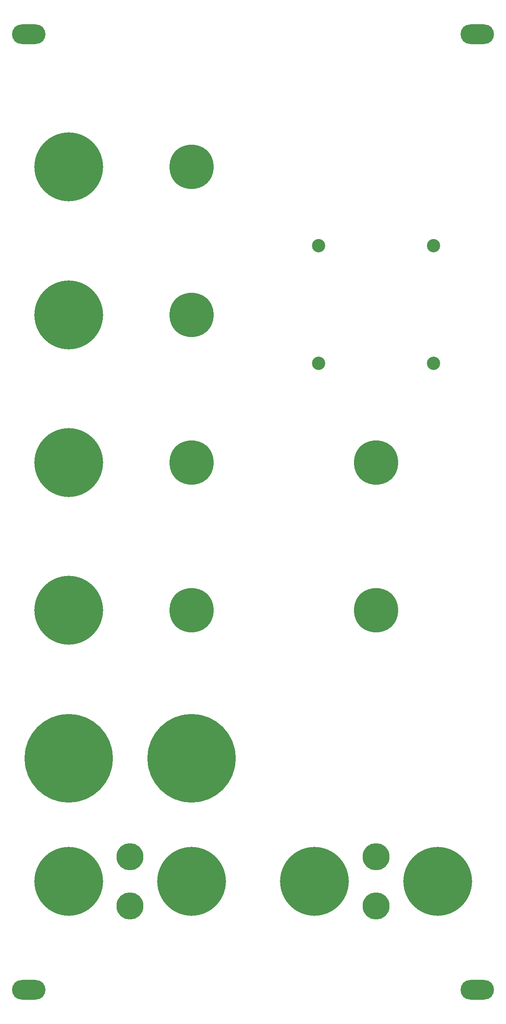
<source format=gbr>
G04 #@! TF.GenerationSoftware,KiCad,Pcbnew,5.1.12-84ad8e8a86~92~ubuntu20.04.1*
G04 #@! TF.CreationDate,2021-11-13T15:59:26-05:00*
G04 #@! TF.ProjectId,gearseq_panel,67656172-7365-4715-9f70-616e656c2e6b,rev?*
G04 #@! TF.SameCoordinates,Original*
G04 #@! TF.FileFunction,Soldermask,Bot*
G04 #@! TF.FilePolarity,Negative*
%FSLAX46Y46*%
G04 Gerber Fmt 4.6, Leading zero omitted, Abs format (unit mm)*
G04 Created by KiCad (PCBNEW 5.1.12-84ad8e8a86~92~ubuntu20.04.1) date 2021-11-13 15:59:26*
%MOMM*%
%LPD*%
G01*
G04 APERTURE LIST*
%ADD10O,6.800000X4.000000*%
%ADD11C,9.000000*%
%ADD12C,14.000000*%
%ADD13C,5.500000*%
%ADD14C,18.000000*%
%ADD15C,2.700000*%
G04 APERTURE END LIST*
D10*
X4400000Y-3000000D03*
X4400000Y-197000000D03*
X95600000Y-3000000D03*
X95600000Y-197000000D03*
D11*
X37500000Y-120000000D03*
X37500000Y-30000000D03*
X37500000Y-60000000D03*
X37500000Y-90000000D03*
D12*
X12500000Y-120000000D03*
X12500000Y-175000000D03*
X37500000Y-175000000D03*
X12500000Y-60000000D03*
X12500000Y-30000000D03*
X62500000Y-175000000D03*
X87500000Y-175000000D03*
D13*
X25000000Y-170000000D03*
X75000000Y-170000000D03*
X25000000Y-180000000D03*
X75000000Y-180000000D03*
D14*
X37500000Y-150000000D03*
X12500000Y-150000000D03*
D12*
X12500000Y-90000000D03*
D11*
X75000000Y-90000000D03*
X75000000Y-120000000D03*
D15*
X63350000Y-46000000D03*
X86650000Y-46000000D03*
X63350000Y-69800000D03*
X86650000Y-69800000D03*
M02*

</source>
